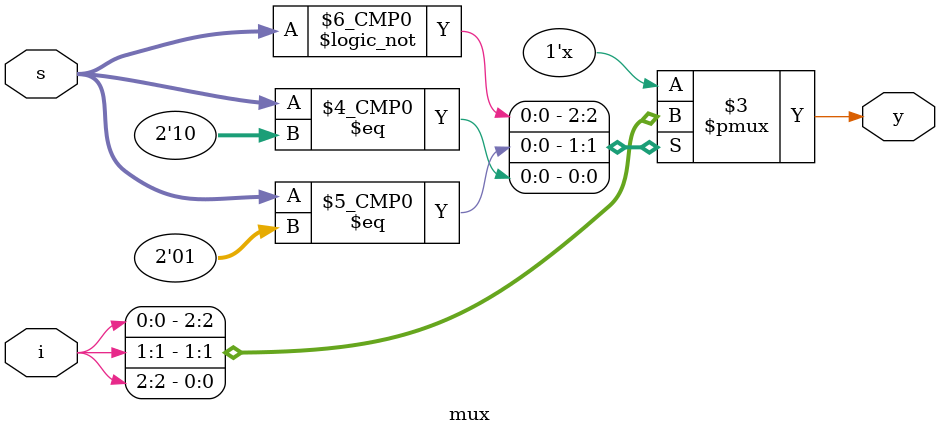
<source format=v>
module mux(i,s,y);
input[3:0] i;
input[1:0] s;
output reg y;
always@(*)begin
case({s})
	2'b00:y=i[0];
	2'b01:y=i[1];
	2'b10:y=i[2];
    2'b00:y=i[3]; 
endcase
end
endmodule

</source>
